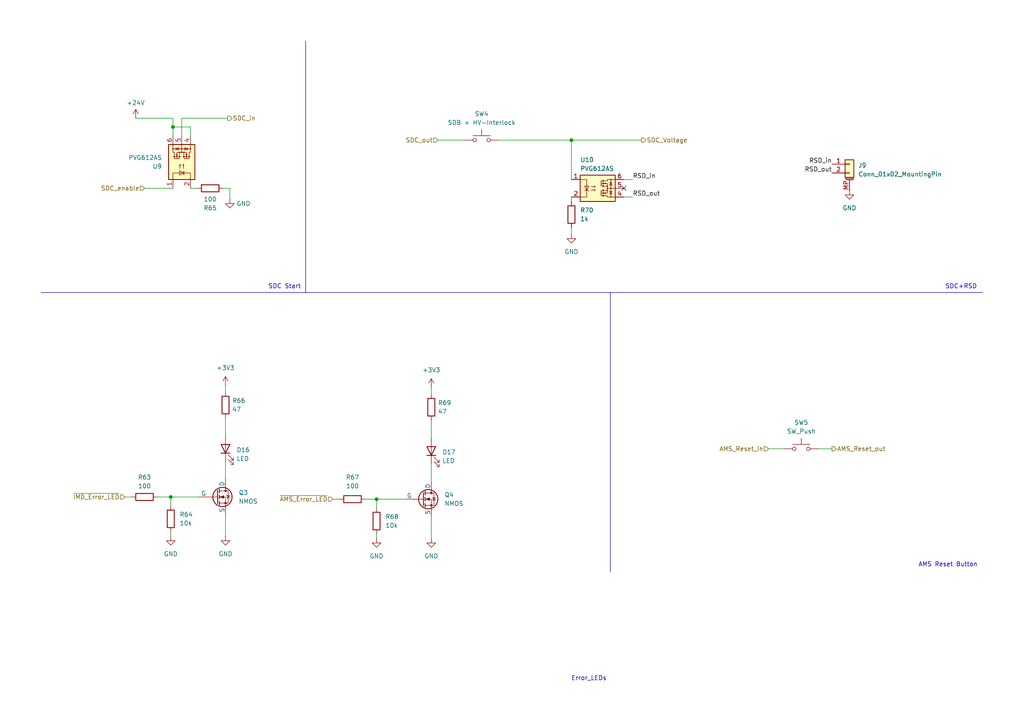
<source format=kicad_sch>
(kicad_sch (version 20231120) (generator "eeschema") (generator_version "8.0")
  (paper "A4")
  (lib_symbols
    (symbol "Connector_Generic_MountingPin:Conn_01x02_MountingPin" (pin_names (offset 1.016) hide)
      (property "Reference" "J" (at 0 2.54 0))
      (property "Value" "Conn_01x02_MountingPin" (at 1.27 -5.08 0))
      (symbol "Conn_01x02_MountingPin_1_1"
        (rectangle (start -1.27 -2.413) (end 0 -2.667) (stroke (width 0.1524)))
        (rectangle (start -1.27 0.127) (end 0 -0.127) (stroke (width 0.1524)))
        (rectangle (start -1.27 1.27) (end 1.27 -3.81) (stroke (width 0.254)) (fill (type background)))
        (polyline (pts (xy -1.016 -4.572) (xy 1.016 -4.572)) (stroke (width 0.1524)))
        (text "Mounting" (at 0 -4.191 0) (effects (font (size 0.381 0.381))))
        (pin passive line (at -5.08 0 0) (length 3.81) (name "Pin_1") (number "1"))
        (pin passive line (at -5.08 -2.54 0) (length 3.81) (name "Pin_2") (number "2"))
        (pin passive line (at 0 -7.62 90) (length 3.048) (name "MountPin") (number "MP"))
      )
    )
    (symbol "Device:LED" (pin_numbers hide) (pin_names (offset 1.016) hide)
      (property "Reference" "D" (at 0 2.54 0))
      (property "Value" "LED" (at 0 -2.54 0))
      (symbol "LED_0_1"
        (polyline (pts (xy -1.27 -1.27) (xy -1.27 1.27)) (stroke (width 0.254)))
        (polyline (pts (xy -1.27 0) (xy 1.27 0)))
        (polyline (pts (xy 1.27 -1.27) (xy 1.27 1.27) (xy -1.27 0) (xy 1.27 -1.27)) (stroke (width 0.254)))
        (polyline (pts (xy -3.048 -0.762) (xy -4.572 -2.286) (xy -3.81 -2.286) (xy -4.572 -2.286) (xy -4.572 -1.524)))
        (polyline (pts (xy -1.778 -0.762) (xy -3.302 -2.286) (xy -2.54 -2.286) (xy -3.302 -2.286) (xy -3.302 -1.524)))
      )
      (symbol "LED_1_1"
        (pin passive line (at -3.81 0 0) (length 2.54) (name "K") (number "1"))
        (pin passive line (at 3.81 0 180) (length 2.54) (name "A") (number "2"))
      )
    )
    (symbol "Device:R" (pin_numbers hide) (pin_names (offset 0))
      (property "Reference" "R" (at 2.032 0 90))
      (property "Value" "R" (at 0 0 90))
      (symbol "R_0_1"
        (rectangle (start -1.016 -2.54) (end 1.016 2.54) (stroke (width 0.254)))
      )
      (symbol "R_1_1"
        (pin passive line (at 0 3.81 270) (length 1.27) (name "~") (number "1"))
        (pin passive line (at 0 -3.81 90) (length 1.27) (name "~") (number "2"))
      )
    )
    (symbol "FaSTTUBe_Power-Switches:PVG612AS"
      (property "Reference" "U" (at -3.81 5.08 0))
      (property "Value" "PVG612AS" (at 0 -5.08 0))
      (symbol "PVG612AS_0_1"
        (rectangle (start -5.08 3.81) (end 5.08 -3.81) (stroke (width 0.254)) (fill (type background)))
        (polyline (pts (xy -3.81 -0.635) (xy -2.54 -0.635)))
        (polyline (pts (xy 1.016 -0.635) (xy 1.016 -2.159)) (stroke (width 0.2032)))
        (polyline (pts (xy 1.016 2.159) (xy 1.016 0.635)) (stroke (width 0.2032)))
        (polyline (pts (xy 1.524 -0.508) (xy 1.524 -0.762)) (stroke (width 0.3556)))
        (polyline (pts (xy 2.794 0) (xy 5.08 0)))
        (polyline (pts (xy 3.429 -1.651) (xy 4.191 -1.651)))
        (polyline (pts (xy 3.429 1.651) (xy 4.191 1.651)))
        (polyline (pts (xy 3.81 -2.54) (xy 3.81 2.54)))
        (polyline (pts (xy 1.524 -2.032) (xy 1.524 -2.286) (xy 1.524 -2.286)) (stroke (width 0.3556)))
        (polyline (pts (xy 1.524 -1.27) (xy 1.524 -1.524) (xy 1.524 -1.524)) (stroke (width 0.3556)))
        (polyline (pts (xy 1.524 0.762) (xy 1.524 0.508) (xy 1.524 0.508)) (stroke (width 0.3556)))
        (polyline (pts (xy 1.524 1.524) (xy 1.524 1.27) (xy 1.524 1.27)) (stroke (width 0.3556)))
        (polyline (pts (xy 1.524 2.286) (xy 1.524 2.032) (xy 1.524 2.032)) (stroke (width 0.3556)))
        (polyline (pts (xy 1.651 -1.397) (xy 2.794 -1.397) (xy 2.794 -0.635)))
        (polyline (pts (xy 1.651 1.397) (xy 2.794 1.397) (xy 2.794 0.635)))
        (polyline (pts (xy -5.08 2.54) (xy -3.175 2.54) (xy -3.175 -2.54) (xy -5.08 -2.54)))
        (polyline (pts (xy -3.175 -0.635) (xy -3.81 0.635) (xy -2.54 0.635) (xy -3.175 -0.635)))
        (polyline (pts (xy 1.651 -2.159) (xy 2.794 -2.159) (xy 2.794 -2.54) (xy 5.08 -2.54)))
        (polyline (pts (xy 1.651 -0.635) (xy 2.794 -0.635) (xy 2.794 0.635) (xy 1.651 0.635)))
        (polyline (pts (xy 1.651 2.159) (xy 2.794 2.159) (xy 2.794 2.54) (xy 5.08 2.54)))
        (polyline (pts (xy 1.778 -1.397) (xy 2.286 -1.27) (xy 2.286 -1.524) (xy 1.778 -1.397)))
        (polyline (pts (xy 1.778 1.397) (xy 2.286 1.524) (xy 2.286 1.27) (xy 1.778 1.397)))
        (polyline (pts (xy 3.81 -1.651) (xy 3.429 -0.889) (xy 4.191 -0.889) (xy 3.81 -1.651)))
        (polyline (pts (xy 3.81 1.651) (xy 3.429 0.889) (xy 4.191 0.889) (xy 3.81 1.651)))
        (polyline (pts (xy -1.905 -0.508) (xy -0.635 -0.508) (xy -1.016 -0.635) (xy -1.016 -0.381) (xy -0.635 -0.508)))
        (polyline (pts (xy -1.905 0.508) (xy -0.635 0.508) (xy -1.016 0.381) (xy -1.016 0.635) (xy -0.635 0.508)))
        (circle (center 2.794 -0.635) (radius 0.127))
        (circle (center 2.794 0) (radius 0.127))
        (circle (center 2.794 0.635) (radius 0.127))
        (circle (center 3.81 -2.54) (radius 0.127))
        (circle (center 3.81 0) (radius 0.127))
        (circle (center 3.81 2.54) (radius 0.127))
      )
      (symbol "PVG612AS_1_1"
        (pin passive line (at -7.62 2.54 0) (length 2.54) (name "~") (number "1"))
        (pin passive line (at -7.62 -2.54 0) (length 2.54) (name "~") (number "2"))
        (pin no_connect line (at -5.08 0 0) (length 2.54) hide (name "~") (number "3"))
        (pin passive line (at 7.62 -2.54 180) (length 2.54) (name "~") (number "4"))
        (pin passive line (at 7.62 0 180) (length 2.54) (name "~") (number "5"))
        (pin passive line (at 7.62 2.54 180) (length 2.54) (name "~") (number "6"))
      )
    )
    (symbol "Simulation_SPICE:NMOS" (pin_numbers hide) (pin_names (offset 0))
      (property "Reference" "Q" (at 5.08 1.27 0))
      (property "Value" "NMOS" (at 5.08 -1.27 0))
      (symbol "NMOS_0_1"
        (polyline (pts (xy 0.254 0) (xy -2.54 0)))
        (polyline (pts (xy 0.254 1.905) (xy 0.254 -1.905)) (stroke (width 0.254)))
        (polyline (pts (xy 0.762 -1.27) (xy 0.762 -2.286)) (stroke (width 0.254)))
        (polyline (pts (xy 0.762 0.508) (xy 0.762 -0.508)) (stroke (width 0.254)))
        (polyline (pts (xy 0.762 2.286) (xy 0.762 1.27)) (stroke (width 0.254)))
        (polyline (pts (xy 2.54 2.54) (xy 2.54 1.778)))
        (polyline (pts (xy 2.54 -2.54) (xy 2.54 0) (xy 0.762 0)))
        (polyline (pts (xy 0.762 -1.778) (xy 3.302 -1.778) (xy 3.302 1.778) (xy 0.762 1.778)))
        (polyline (pts (xy 1.016 0) (xy 2.032 0.381) (xy 2.032 -0.381) (xy 1.016 0)) (fill (type outline)))
        (polyline (pts (xy 2.794 0.508) (xy 2.921 0.381) (xy 3.683 0.381) (xy 3.81 0.254)))
        (polyline (pts (xy 3.302 0.381) (xy 2.921 -0.254) (xy 3.683 -0.254) (xy 3.302 0.381)))
        (circle (center 1.651 0) (radius 2.794) (stroke (width 0.254)))
        (circle (center 2.54 -1.778) (radius 0.254) (fill (type outline)))
        (circle (center 2.54 1.778) (radius 0.254) (fill (type outline)))
      )
      (symbol "NMOS_1_1"
        (pin passive line (at 2.54 5.08 270) (length 2.54) (name "D") (number "1"))
        (pin input line (at -5.08 0 0) (length 2.54) (name "G") (number "2"))
        (pin passive line (at 2.54 -5.08 90) (length 2.54) (name "S") (number "3"))
      )
    )
    (symbol "Switch:SW_Push" (pin_numbers hide) (pin_names (offset 1.016) hide)
      (property "Reference" "SW" (at 1.27 2.54 0))
      (property "Value" "SW_Push" (at 0 -1.524 0))
      (symbol "SW_Push_0_1"
        (circle (center -2.032 0) (radius 0.508))
        (polyline (pts (xy 0 1.27) (xy 0 3.048)))
        (polyline (pts (xy 2.54 1.27) (xy -2.54 1.27)))
        (circle (center 2.032 0) (radius 0.508))
        (pin passive line (at -5.08 0 0) (length 2.54) (name "1") (number "1"))
        (pin passive line (at 5.08 0 180) (length 2.54) (name "2") (number "2"))
      )
    )
    (symbol "power:+24V" (power) (pin_numbers hide) (pin_names (offset 0) hide)
      (property "Value" "+24V" (at 0 3.556 0))
      (symbol "+24V_0_1"
        (polyline (pts (xy -0.762 1.27) (xy 0 2.54)))
        (polyline (pts (xy 0 0) (xy 0 2.54)))
        (polyline (pts (xy 0 2.54) (xy 0.762 1.27)))
      )
      (symbol "+24V_1_1"
        (pin power_in line (at 0 0 90) (length 0) (name "~") (number "1"))
      )
    )
    (symbol "power:+3V3" (power) (pin_numbers hide) (pin_names (offset 0) hide)
      (property "Value" "+3V3" (at 0 3.556 0))
      (symbol "+3V3_0_1"
        (polyline (pts (xy -0.762 1.27) (xy 0 2.54)))
        (polyline (pts (xy 0 0) (xy 0 2.54)))
        (polyline (pts (xy 0 2.54) (xy 0.762 1.27)))
      )
      (symbol "+3V3_1_1"
        (pin power_in line (at 0 0 90) (length 0) (name "~") (number "1"))
      )
    )
    (symbol "power:GND" (power) (pin_numbers hide) (pin_names (offset 0) hide)
      (property "Value" "GND" (at 0 -3.81 0))
      (symbol "GND_0_1"
        (polyline (pts (xy 0 0) (xy 0 -1.27) (xy 1.27 -1.27) (xy 0 -2.54) (xy -1.27 -1.27) (xy 0 -1.27)))
      )
      (symbol "GND_1_1"
        (pin power_in line (at 0 0 270) (length 0) (name "~") (number "1"))
      )
    )
  )
  (junction (at 50.165 36.83))
  (junction (at 165.735 40.64))
  (junction (at 109.22 144.78))
  (junction (at 49.53 144.145))
  (no_connect (at 180.975 54.61))
  (wire (pts (xy 237.49 130.175) (xy 241.3 130.175)))
  (wire (pts (xy 36.195 144.145) (xy 38.1 144.145)))
  (wire (pts (xy 96.52 144.78) (xy 98.425 144.78)))
  (wire (pts (xy 222.885 130.175) (xy 227.33 130.175)))
  (wire (pts (xy 65.405 149.225) (xy 65.405 155.575)))
  (wire (pts (xy 39.37 34.29) (xy 50.165 34.29)))
  (wire (pts (xy 55.245 39.37) (xy 55.245 36.83)))
  (wire (pts (xy 109.22 144.78) (xy 109.22 147.32)))
  (wire (pts (xy 64.77 54.61) (xy 66.675 54.61)))
  (wire (pts (xy 183.515 52.07) (xy 180.975 52.07)))
  (wire (pts (xy 127 40.64) (xy 134.62 40.64)))
  (wire (pts (xy 125.095 149.86) (xy 125.095 156.21)))
  (polyline (pts (xy 88.646 11.938) (xy 88.646 84.836)))
  (wire (pts (xy 180.975 57.15) (xy 183.515 57.15)))
  (wire (pts (xy 50.165 39.37) (xy 50.165 36.83)))
  (polyline (pts (xy 11.938 84.836) (xy 284.988 84.836)))
  (wire (pts (xy 125.095 134.62) (xy 125.095 139.7)))
  (wire (pts (xy 106.045 144.78) (xy 109.22 144.78)))
  (wire (pts (xy 165.735 40.64) (xy 186.055 40.64)))
  (wire (pts (xy 165.735 66.04) (xy 165.735 67.945)))
  (wire (pts (xy 165.735 57.15) (xy 165.735 58.42)))
  (wire (pts (xy 165.735 40.64) (xy 165.735 52.07)))
  (wire (pts (xy 125.095 112.395) (xy 125.095 114.3)))
  (wire (pts (xy 49.53 144.145) (xy 57.785 144.145)))
  (wire (pts (xy 45.72 144.145) (xy 49.53 144.145)))
  (wire (pts (xy 41.91 54.61) (xy 50.165 54.61)))
  (wire (pts (xy 65.405 111.76) (xy 65.405 113.665)))
  (wire (pts (xy 65.405 121.285) (xy 65.405 126.365)))
  (wire (pts (xy 66.675 54.61) (xy 66.675 57.785)))
  (wire (pts (xy 50.165 36.83) (xy 55.245 36.83)))
  (polyline (pts (xy 177.038 84.836) (xy 177.038 165.862)))
  (wire (pts (xy 52.705 34.29) (xy 66.04 34.29)))
  (wire (pts (xy 49.53 144.145) (xy 49.53 146.685)))
  (wire (pts (xy 52.705 39.37) (xy 52.705 34.29)))
  (wire (pts (xy 144.78 40.64) (xy 165.735 40.64)))
  (wire (pts (xy 50.165 36.83) (xy 50.165 34.29)))
  (wire (pts (xy 55.245 54.61) (xy 57.15 54.61)))
  (wire (pts (xy 125.095 121.92) (xy 125.095 127)))
  (wire (pts (xy 109.22 144.78) (xy 117.475 144.78)))
  (wire (pts (xy 109.22 156.21) (xy 109.22 154.94)))
  (wire (pts (xy 49.53 155.575) (xy 49.53 154.305)))
  (wire (pts (xy 65.405 133.985) (xy 65.405 139.065)))
  (text "AMS Reset Button" (at 274.955 163.83 0) (effects (font (size 1.27 1.27))))
  (text "Error_LEDs" (at 170.815 196.85 0) (effects (font (size 1.27 1.27))))
  (text "SDC+RSD" (at 278.765 83.185 0) (effects (font (size 1.27 1.27))))
  (text "SDC Start" (at 82.55 83.185 0) (effects (font (size 1.27 1.27))))
  (label "RSD_out" (at 241.3 50.165 180))
  (label "RSD_in" (at 183.515 52.07 0))
  (label "RSD_out" (at 183.515 57.15 0))
  (label "RSD_in" (at 241.3 47.625 180))
  (hierarchical_label "SDC_out" (shape input) (at 127 40.64 180))
  (hierarchical_label "~{AMS_Error_LED}" (shape input) (at 96.52 144.78 180))
  (hierarchical_label "~{IMD_Error_LED}" (shape input) (at 36.195 144.145 180))
  (hierarchical_label "SDC_in" (shape output) (at 66.04 34.29 0))
  (hierarchical_label "AMS_Reset_in" (shape input) (at 222.885 130.175 180))
  (hierarchical_label "SDC_enable" (shape input) (at 41.91 54.61 180))
  (hierarchical_label "SDC_Voltage" (shape output) (at 186.055 40.64 0))
  (hierarchical_label "AMS_Reset_out" (shape output) (at 241.3 130.175 0))
  (symbol (lib_id "Device:R") (at 125.095 118.11 180) (unit 1)
    (property "Reference" "R69" (at 127 116.8399 0) (effects (justify right)))
    (property "Value" "47" (at 127 119.3799 0) (effects (justify right)))
    (property "Footprint" "Resistor_SMD:R_1206_3216Metric" (effects (hide yes)))
    (property "Datasheet" "CRGCQ1206F15R" (effects (hide yes)))
    (property "Description" "Resistor" (effects (hide yes)))
  )
  (symbol (lib_id "Device:R") (at 41.91 144.145 270) (unit 1)
    (property "Reference" "R63" (at 41.91 138.43 90))
    (property "Value" "100" (at 41.91 140.97 90))
    (property "Footprint" "Resistor_SMD:R_0603_1608Metric" (effects (hide yes)))
    (property "Description" "Resistor" (effects (hide yes)))
  )
  (symbol (lib_id "Device:R") (at 49.53 150.495 180) (unit 1)
    (property "Reference" "R64" (at 52.07 149.2249 0) (effects (justify right)))
    (property "Value" "10k" (at 52.07 151.7649 0) (effects (justify right)))
    (property "Footprint" "Resistor_SMD:R_0603_1608Metric" (effects (hide yes)))
    (property "Description" "Resistor" (effects (hide yes)))
  )
  (symbol (lib_id "power:GND") (at 66.675 57.785 0) (mirror y) (unit 1)
    (property "Reference" "#PWR0117" (effects (hide yes)))
    (property "Value" "GND" (at 68.58 59.0549 0) (effects (justify right)))
    (property "Description" "Power symbol creates a global label with name \"GND\" , ground" (effects (hide yes)))
  )
  (symbol (lib_id "power:GND") (at 109.22 156.21 0) (unit 1)
    (property "Reference" "#PWR0118" (effects (hide yes)))
    (property "Value" "GND" (at 109.22 161.29 0))
    (property "Description" "Power symbol creates a global label with name \"GND\" , ground" (effects (hide yes)))
  )
  (symbol (lib_id "Device:R") (at 65.405 117.475 180) (unit 1)
    (property "Reference" "R66" (at 67.31 116.2049 0) (effects (justify right)))
    (property "Value" "47" (at 67.31 118.7449 0) (effects (justify right)))
    (property "Footprint" "Resistor_SMD:R_1206_3216Metric" (effects (hide yes)))
    (property "Datasheet" "CRGCQ1206F15R" (effects (hide yes)))
    (property "Description" "Resistor" (effects (hide yes)))
  )
  (symbol (lib_id "Device:R") (at 165.735 62.23 180) (unit 1)
    (property "Reference" "R70" (at 168.275 60.9599 0) (effects (justify right)))
    (property "Value" "1k" (at 168.275 63.4999 0) (effects (justify right)))
    (property "Footprint" "Resistor_SMD:R_1206_3216Metric" (effects (hide yes)))
    (property "Datasheet" "CHP1206-FX-1001ELF" (effects (hide yes)))
    (property "Description" "Resistor" (effects (hide yes)))
  )
  (symbol (lib_id "power:GND") (at 246.38 55.245 0) (unit 1)
    (property "Reference" "#PWR0122" (effects (hide yes)))
    (property "Value" "GND" (at 246.38 60.325 0))
    (property "Description" "Power symbol creates a global label with name \"GND\" , ground" (effects (hide yes)))
  )
  (symbol (lib_id "power:+3V3") (at 65.405 111.76 0) (unit 1)
    (property "Reference" "#PWR0115" (effects (hide yes)))
    (property "Value" "+3V3" (at 65.405 106.68 0))
    (property "Description" "Power symbol creates a global label with name \"+3V3\"" (effects (hide yes)))
  )
  (symbol (lib_id "Simulation_SPICE:NMOS") (at 62.865 144.145 0) (unit 1)
    (property "Reference" "Q3" (at 69.215 142.8749 0) (effects (justify left)))
    (property "Value" "NMOS" (at 69.215 145.4149 0) (effects (justify left)))
    (property "Footprint" "Package_TO_SOT_SMD:SOT-23-3" (effects (hide yes)))
    (property "Datasheet" "https://ngspice.sourceforge.io/docs/ngspice-html-manual/manual.xhtml#cha_MOSFETs" (effects (hide yes)))
    (property "Description" "N-MOSFET transistor, drain/source/gate" (effects (hide yes)))
    (property "Sim.Device" "NMOS" (effects (hide yes)))
    (property "Sim.Type" "VDMOS" (effects (hide yes)))
    (property "Sim.Pins" "1=D 2=G 3=S" (effects (hide yes)))
  )
  (symbol (lib_id "Device:R") (at 102.235 144.78 270) (unit 1)
    (property "Reference" "R67" (at 102.235 138.43 90))
    (property "Value" "100" (at 102.235 140.97 90))
    (property "Footprint" "Resistor_SMD:R_0603_1608Metric" (effects (hide yes)))
    (property "Description" "Resistor" (effects (hide yes)))
  )
  (symbol (lib_id "power:GND") (at 49.53 155.575 0) (unit 1)
    (property "Reference" "#PWR0114" (effects (hide yes)))
    (property "Value" "GND" (at 49.53 160.655 0))
    (property "Description" "Power symbol creates a global label with name \"GND\" , ground" (effects (hide yes)))
  )
  (symbol (lib_id "Device:R") (at 60.96 54.61 90) (mirror x) (unit 1)
    (property "Reference" "R65" (at 60.96 60.325 90))
    (property "Value" "100" (at 60.96 57.785 90))
    (property "Footprint" "Resistor_SMD:R_0603_1608Metric" (effects (hide yes)))
    (property "Description" "Resistor" (effects (hide yes)))
  )
  (symbol (lib_id "Device:LED") (at 65.405 130.175 90) (unit 1)
    (property "Reference" "D16" (at 68.58 130.4924 90) (effects (justify right)))
    (property "Value" "LED" (at 68.58 133.0324 90) (effects (justify right)))
    (property "Footprint" "FaSTTUBe_connectors:Micro_Mate-N-Lok_2p_vertical" (effects (hide yes)))
    (property "Description" "Light emitting diode" (effects (hide yes)))
  )
  (symbol (lib_id "Device:R") (at 109.22 151.13 180) (unit 1)
    (property "Reference" "R68" (at 111.76 149.8599 0) (effects (justify right)))
    (property "Value" "10k" (at 111.76 152.3999 0) (effects (justify right)))
    (property "Footprint" "Resistor_SMD:R_0603_1608Metric" (effects (hide yes)))
    (property "Description" "Resistor" (effects (hide yes)))
  )
  (symbol (lib_id "Device:LED") (at 125.095 130.81 90) (unit 1)
    (property "Reference" "D17" (at 128.27 131.1274 90) (effects (justify right)))
    (property "Value" "LED" (at 128.27 133.6674 90) (effects (justify right)))
    (property "Footprint" "FaSTTUBe_connectors:Micro_Mate-N-Lok_2p_vertical" (effects (hide yes)))
    (property "Description" "Light emitting diode" (effects (hide yes)))
  )
  (symbol (lib_id "power:GND") (at 65.405 155.575 0) (unit 1)
    (property "Reference" "#PWR0116" (effects (hide yes)))
    (property "Value" "GND" (at 65.405 160.655 0))
    (property "Description" "Power symbol creates a global label with name \"GND\" , ground" (effects (hide yes)))
  )
  (symbol (lib_id "Switch:SW_Push") (at 139.7 40.64 0) (unit 1)
    (property "Reference" "SW4" (at 139.7 33.02 0))
    (property "Value" "SDB + HV-Interlock" (at 139.7 35.56 0))
    (property "Footprint" "FaSTTUBe_connectors:Micro_Mate-N-Lok_2p_vertical" (effects (hide yes)))
    (property "Description" "Push button switch, generic, two pins" (effects (hide yes)))
  )
  (symbol (lib_id "power:GND") (at 125.095 156.21 0) (unit 1)
    (property "Reference" "#PWR0120" (effects (hide yes)))
    (property "Value" "GND" (at 125.095 161.29 0))
    (property "Description" "Power symbol creates a global label with name \"GND\" , ground" (effects (hide yes)))
  )
  (symbol (lib_id "Simulation_SPICE:NMOS") (at 122.555 144.78 0) (unit 1)
    (property "Reference" "Q4" (at 128.905 143.5099 0) (effects (justify left)))
    (property "Value" "NMOS" (at 128.905 146.0499 0) (effects (justify left)))
    (property "Footprint" "Package_TO_SOT_SMD:SOT-23-3" (effects (hide yes)))
    (property "Datasheet" "https://ngspice.sourceforge.io/docs/ngspice-html-manual/manual.xhtml#cha_MOSFETs" (effects (hide yes)))
    (property "Description" "N-MOSFET transistor, drain/source/gate" (effects (hide yes)))
    (property "Sim.Device" "NMOS" (effects (hide yes)))
    (property "Sim.Type" "VDMOS" (effects (hide yes)))
    (property "Sim.Pins" "1=D 2=G 3=S" (effects (hide yes)))
  )
  (symbol (lib_id "power:+24V") (at 39.37 34.29 0) (unit 1)
    (property "Reference" "#PWR0113" (effects (hide yes)))
    (property "Value" "+24V" (at 39.37 29.845 0))
    (property "Description" "Power symbol creates a global label with name \"+24V\"" (effects (hide yes)))
  )
  (symbol (lib_id "power:+3V3") (at 125.095 112.395 0) (unit 1)
    (property "Reference" "#PWR0119" (effects (hide yes)))
    (property "Value" "+3V3" (at 125.095 107.315 0))
    (property "Description" "Power symbol creates a global label with name \"+3V3\"" (effects (hide yes)))
  )
  (symbol (lib_id "FaSTTUBe_Power-Switches:PVG612AS") (at 52.705 46.99 90) (unit 1)
    (property "Reference" "U9" (at 46.99 48.2601 90) (effects (justify left)))
    (property "Value" "PVG612AS" (at 46.99 45.7201 90) (effects (justify left)))
    (property "Footprint" "Package_DIP:SMDIP-6_W9.53mm" (effects (hide yes)))
    (property "Datasheet" "https://www.infineon.com/dgdl/Infineon-PVG612A-DataSheet-v01_00-EN.pdf?fileId=5546d462533600a401535683ca14293a" (effects (hide yes)))
    (property "Description" "Photo MOSFET optically coupled, 60VDC, 4A, 35mohm, Isolation 4000 VRMS, SMDIP-6" (effects (hide yes)))
  )
  (symbol (lib_id "Switch:SW_Push") (at 232.41 130.175 0) (unit 1)
    (property "Reference" "SW5" (at 232.41 122.555 0))
    (property "Value" "SW_Push" (at 232.41 125.095 0))
    (property "Footprint" "FaSTTUBe_connectors:Micro_Mate-N-Lok_2p_vertical" (effects (hide yes)))
    (property "Description" "Push button switch, generic, two pins" (effects (hide yes)))
  )
  (symbol (lib_id "Connector_Generic_MountingPin:Conn_01x02_MountingPin") (at 246.38 47.625 0) (unit 1)
    (property "Reference" "J9" (at 248.92 47.9805 0) (effects (justify left)))
    (property "Value" "Conn_01x02_MountingPin" (at 248.92 50.5205 0) (effects (justify left)))
    (property "Footprint" "FaSTTUBe_connectors:Micro_Mate-N-Lok_2p_vertical" (effects (hide yes)))
    (property "Description" "Generic connectable mounting pin connector, single row, 01x02, script generated (kicad-library-utils/schlib/autogen/connector/)" (effects (hide yes)))
  )
  (symbol (lib_id "power:GND") (at 165.735 67.945 0) (unit 1)
    (property "Reference" "#PWR0121" (effects (hide yes)))
    (property "Value" "GND" (at 165.735 73.025 0))
    (property "Description" "Power symbol creates a global label with name \"GND\" , ground" (effects (hide yes)))
  )
  (symbol (lib_id "FaSTTUBe_Power-Switches:PVG612AS") (at 173.355 54.61 0) (unit 1)
    (property "Reference" "U10" (at 168.275 46.355 0) (effects (justify left)))
    (property "Value" "PVG612AS" (at 168.275 48.895 0) (effects (justify left)))
    (property "Footprint" "Package_DIP:SMDIP-6_W9.53mm" (effects (hide yes)))
    (property "Datasheet" "https://www.infineon.com/dgdl/Infineon-PVG612A-DataSheet-v01_00-EN.pdf?fileId=5546d462533600a401535683ca14293a" (effects (hide yes)))
    (property "Description" "Photo MOSFET optically coupled, 60VDC, 4A, 35mohm, Isolation 4000 VRMS, SMDIP-6" (effects (hide yes)))
  )
)
</source>
